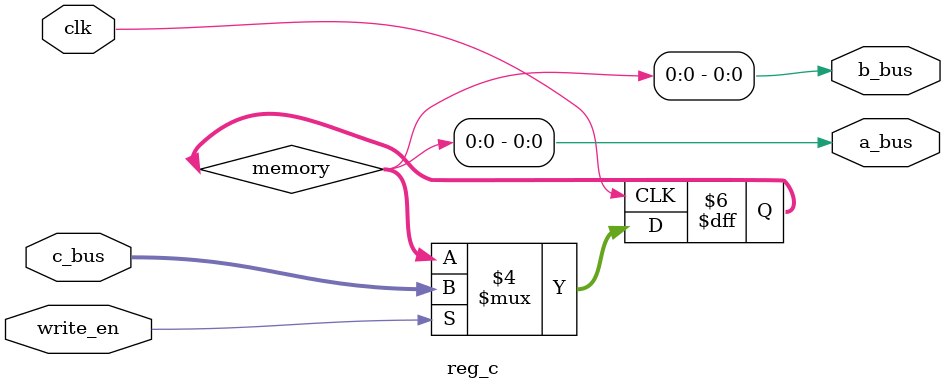
<source format=v>
module reg_c(a_bus,b_bus,c_bus,write_en,clk);
	input clk;
	input write_en;
	input [15:0] c_bus;
	output a_bus,b_bus;
	reg [15:0] memory=120;
	
	always @(posedge clk)
		begin
			if(write_en)
				memory=c_bus;
				$display("reg_c memory= %1d",memory);
		end
		
	assign a_bus=memory;
	assign b_bus=memory;
endmodule
</source>
